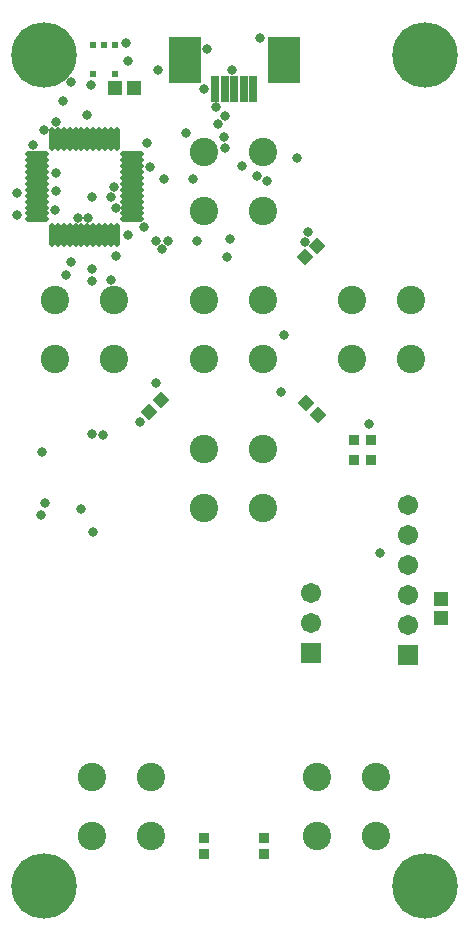
<source format=gts>
%FSAX24Y24*%
%MOIN*%
G70*
G01*
G75*
G04 Layer_Color=8388736*
%ADD10C,0.0100*%
%ADD11R,0.0300X0.0300*%
%ADD12P,0.0424X4X360.0*%
%ADD13P,0.0424X4X90.0*%
%ADD14R,0.0300X0.0300*%
%ADD15R,0.0118X0.0157*%
%ADD16R,0.0394X0.0413*%
%ADD17R,0.0984X0.1496*%
%ADD18R,0.0197X0.0787*%
%ADD19O,0.0709X0.0118*%
%ADD20O,0.0118X0.0709*%
%ADD21R,0.0394X0.0374*%
%ADD22C,0.0100*%
%ADD23C,0.0300*%
%ADD24C,0.0150*%
%ADD25C,0.0200*%
%ADD26C,0.0866*%
%ADD27C,0.2100*%
%ADD28C,0.0591*%
%ADD29R,0.0591X0.0591*%
%ADD30C,0.0250*%
%ADD31C,0.0260*%
%ADD32R,0.0413X0.0394*%
%ADD33R,0.0630X0.0591*%
%ADD34R,0.0374X0.0394*%
%ADD35R,0.0709X0.0630*%
%ADD36O,0.0079X0.0177*%
%ADD37O,0.0098X0.0197*%
%ADD38O,0.0177X0.0079*%
%ADD39O,0.0197X0.0098*%
%ADD40C,0.0098*%
%ADD41C,0.0236*%
%ADD42C,0.0050*%
%ADD43C,0.0079*%
%ADD44C,0.0180*%
%ADD45R,0.0380X0.0380*%
%ADD46P,0.0537X4X360.0*%
%ADD47P,0.0537X4X90.0*%
%ADD48R,0.0380X0.0380*%
%ADD49R,0.0198X0.0237*%
%ADD50R,0.0474X0.0493*%
%ADD51R,0.1064X0.1576*%
%ADD52R,0.0277X0.0867*%
%ADD53O,0.0789X0.0198*%
%ADD54O,0.0198X0.0789*%
%ADD55R,0.0474X0.0454*%
%ADD56C,0.0946*%
%ADD57C,0.2180*%
%ADD58C,0.0671*%
%ADD59R,0.0671X0.0671*%
%ADD60C,0.0330*%
D44*
X019850Y032600D02*
D03*
D45*
X016500Y012750D02*
D03*
Y012200D02*
D03*
X018500D02*
D03*
Y012750D02*
D03*
D46*
X020289Y026861D02*
D03*
X019900Y027250D02*
D03*
D47*
X015039Y027339D02*
D03*
X014650Y026950D02*
D03*
X020239Y032489D02*
D03*
X019850Y032100D02*
D03*
D48*
X022050Y026000D02*
D03*
X021500D02*
D03*
Y025350D02*
D03*
X022050D02*
D03*
D49*
X013524Y039171D02*
D03*
X013150D02*
D03*
X012776D02*
D03*
X013524Y038226D02*
D03*
X012776D02*
D03*
D50*
X024400Y020715D02*
D03*
Y020085D02*
D03*
D51*
X019154Y038684D02*
D03*
X015846D02*
D03*
D52*
X016870Y037700D02*
D03*
X017185D02*
D03*
X018130D02*
D03*
X017815D02*
D03*
X017500D02*
D03*
D53*
X010906Y035533D02*
D03*
Y035336D02*
D03*
Y035139D02*
D03*
Y034942D02*
D03*
Y034745D02*
D03*
Y034548D02*
D03*
Y034352D02*
D03*
Y034155D02*
D03*
Y033958D02*
D03*
Y033761D02*
D03*
Y033564D02*
D03*
Y033367D02*
D03*
X014094D02*
D03*
Y033564D02*
D03*
Y033761D02*
D03*
Y033958D02*
D03*
Y034155D02*
D03*
Y034352D02*
D03*
Y034548D02*
D03*
Y034745D02*
D03*
Y034942D02*
D03*
Y035139D02*
D03*
Y035336D02*
D03*
Y035533D02*
D03*
D54*
X011417Y032856D02*
D03*
X011614D02*
D03*
X011811D02*
D03*
X012008D02*
D03*
X012205D02*
D03*
X012402D02*
D03*
X012598D02*
D03*
X012795D02*
D03*
X012992D02*
D03*
X013189D02*
D03*
X013386D02*
D03*
X013583D02*
D03*
Y036044D02*
D03*
X013386D02*
D03*
X013189D02*
D03*
X012992D02*
D03*
X012795D02*
D03*
X012598D02*
D03*
X012402D02*
D03*
X012205D02*
D03*
X012008D02*
D03*
X011811D02*
D03*
X011614D02*
D03*
X011417D02*
D03*
D55*
X014165Y037750D02*
D03*
X013535D02*
D03*
D56*
X014719Y012800D02*
D03*
X012750Y014769D02*
D03*
X014719D02*
D03*
X012750Y012800D02*
D03*
X022218D02*
D03*
X020250Y014769D02*
D03*
X022218D02*
D03*
X020250Y012800D02*
D03*
X018450Y030668D02*
D03*
X016481Y028700D02*
D03*
Y030668D02*
D03*
X018450Y028700D02*
D03*
X013500Y030668D02*
D03*
X011531Y028700D02*
D03*
Y030668D02*
D03*
X013500Y028700D02*
D03*
X023400Y030668D02*
D03*
X021432Y028700D02*
D03*
Y030668D02*
D03*
X023400Y028700D02*
D03*
X018450Y025719D02*
D03*
X016481Y023750D02*
D03*
Y025719D02*
D03*
X018450Y023750D02*
D03*
Y035619D02*
D03*
X016481Y033650D02*
D03*
Y035619D02*
D03*
X018450Y033650D02*
D03*
D57*
X011150Y038850D02*
D03*
X023850D02*
D03*
Y011150D02*
D03*
X011150D02*
D03*
D58*
X020050Y020900D02*
D03*
Y019900D02*
D03*
X023300Y023850D02*
D03*
Y022850D02*
D03*
Y021850D02*
D03*
Y020850D02*
D03*
Y019850D02*
D03*
D59*
X020050Y018900D02*
D03*
X023300Y018850D02*
D03*
D60*
X022350Y022250D02*
D03*
X016250Y032650D02*
D03*
X014700Y035100D02*
D03*
X014600Y035900D02*
D03*
X011550Y034300D02*
D03*
X012600Y036850D02*
D03*
X011550Y036600D02*
D03*
X011150Y036350D02*
D03*
X019850Y032600D02*
D03*
X019950Y032950D02*
D03*
X017150Y036100D02*
D03*
X017750Y035150D02*
D03*
X013900Y039250D02*
D03*
X013960Y038661D02*
D03*
X014950Y038332D02*
D03*
X017415Y038350D02*
D03*
X018350Y039400D02*
D03*
X016600Y039050D02*
D03*
X019050Y027600D02*
D03*
X013500Y034450D02*
D03*
X022000Y026550D02*
D03*
X016950Y036550D02*
D03*
X017200Y035750D02*
D03*
Y036800D02*
D03*
X016900Y037100D02*
D03*
X019600Y035400D02*
D03*
X018250Y034800D02*
D03*
X017350Y032700D02*
D03*
X010800Y035850D02*
D03*
X011550Y034900D02*
D03*
X012750Y026200D02*
D03*
X011515Y033685D02*
D03*
X011900Y031500D02*
D03*
X013550Y032150D02*
D03*
X013950Y032850D02*
D03*
X014500Y033100D02*
D03*
X013117Y026167D02*
D03*
X012050Y031950D02*
D03*
X012610Y033400D02*
D03*
X014346Y026600D02*
D03*
X014900Y027900D02*
D03*
X015900Y036250D02*
D03*
X015150Y034700D02*
D03*
X015300Y032650D02*
D03*
X016115Y034700D02*
D03*
X012750Y034100D02*
D03*
X012283Y033415D02*
D03*
X012764Y031300D02*
D03*
X013400Y031350D02*
D03*
X012750Y031700D02*
D03*
X010250Y034250D02*
D03*
Y033500D02*
D03*
X014900Y032650D02*
D03*
X015100Y032365D02*
D03*
X019150Y029500D02*
D03*
X017250Y032100D02*
D03*
X013400Y034100D02*
D03*
X013550Y033750D02*
D03*
X018600Y034650D02*
D03*
X016500Y037700D02*
D03*
X012735Y037850D02*
D03*
X012050Y037950D02*
D03*
X011800Y037300D02*
D03*
X011200Y023900D02*
D03*
X012800Y022950D02*
D03*
X011100Y025600D02*
D03*
X012400Y023700D02*
D03*
X011050Y023500D02*
D03*
M02*

</source>
